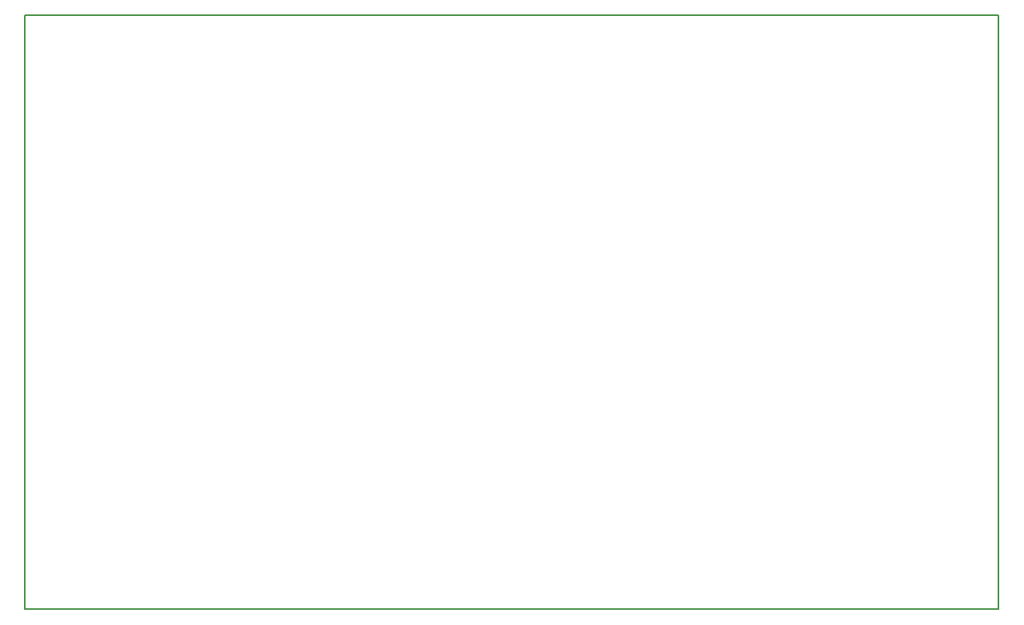
<source format=gbr>
G04 #@! TF.FileFunction,Profile,NP*
%FSLAX46Y46*%
G04 Gerber Fmt 4.6, Leading zero omitted, Abs format (unit mm)*
G04 Created by KiCad (PCBNEW 4.0.7) date 03/26/19 15:30:54*
%MOMM*%
%LPD*%
G01*
G04 APERTURE LIST*
%ADD10C,0.100000*%
%ADD11C,0.150000*%
G04 APERTURE END LIST*
D10*
D11*
X90170000Y-46482000D02*
X90170000Y-109474000D01*
X193294000Y-109474000D02*
X90170000Y-109474000D01*
X193294000Y-46482000D02*
X193294000Y-109474000D01*
X90170000Y-46482000D02*
X193294000Y-46482000D01*
M02*

</source>
